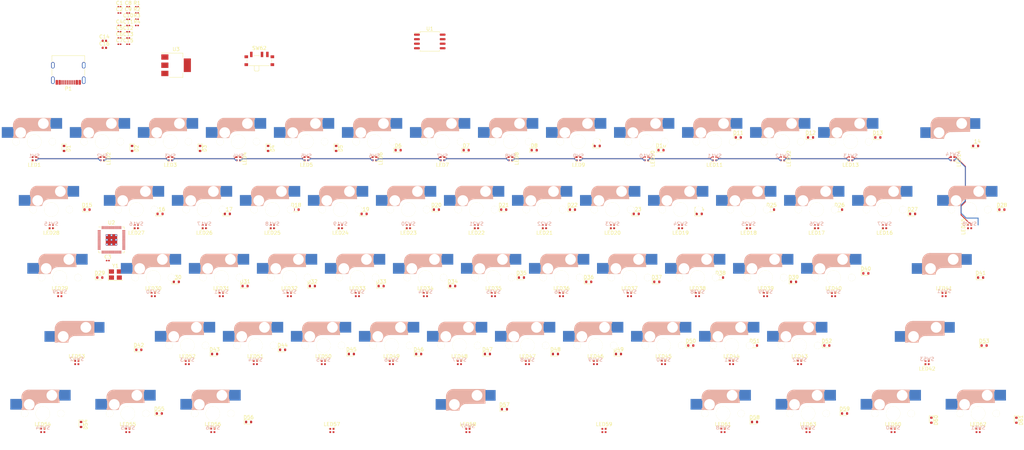
<source format=kicad_pcb>
(kicad_pcb (version 20221018) (generator pcbnew)
  (layers (0 "F.Cu" signal) (31 "B.Cu" signal) (34 "B.Paste" user) (35 "F.Paste" user) (36 "B.SilkS" user "B.Silkscreen") (37 "F.SilkS" user "F.Silkscreen") (38 "B.Mask" user) (39 "F.Mask" user) (44 "Edge.Cuts" user))
  (net 0 "")
  (net 1 "+3.3V")
  (net 2 "GND")
  (net 3 "Net-(U2-XIN)")
  (net 4 "Net-(U2-XOUT)")
  (net 5 "+1V1")
  (net 6 "VBUS")
  (net 7 "Net-(D1-K)")
  (net 8 "ROW1")
  (net 9 "Net-(D2-K)")
  (net 10 "Net-(D3-K)")
  (net 11 "Net-(D4-K)")
  (net 12 "Net-(D5-K)")
  (net 13 "Net-(D6-K)")
  (net 14 "Net-(D7-K)")
  (net 15 "Net-(D8-K)")
  (net 16 "Net-(D9-K)")
  (net 17 "Net-(D10-K)")
  (net 18 "Net-(D11-K)")
  (net 19 "Net-(D12-K)")
  (net 20 "Net-(D13-K)")
  (net 21 "Net-(D14-K)")
  (net 22 "Net-(D15-K)")
  (net 23 "ROW2")
  (net 24 "Net-(D16-K)")
  (net 25 "Net-(D17-K)")
  (net 26 "Net-(D18-K)")
  (net 27 "Net-(D19-K)")
  (net 28 "Net-(D20-K)")
  (net 29 "Net-(D21-K)")
  (net 30 "Net-(D22-K)")
  (net 31 "Net-(D23-K)")
  (net 32 "Net-(D24-K)")
  (net 33 "Net-(D25-K)")
  (net 34 "Net-(D26-K)")
  (net 35 "Net-(D27-K)")
  (net 36 "Net-(D28-K)")
  (net 37 "Net-(D29-K)")
  (net 38 "ROW3")
  (net 39 "Net-(D30-K)")
  (net 40 "Net-(D31-K)")
  (net 41 "Net-(D32-K)")
  (net 42 "Net-(D33-K)")
  (net 43 "Net-(D34-K)")
  (net 44 "Net-(D35-K)")
  (net 45 "Net-(D36-K)")
  (net 46 "Net-(D37-K)")
  (net 47 "Net-(D38-K)")
  (net 48 "Net-(D39-K)")
  (net 49 "Net-(D40-K)")
  (net 50 "Net-(D41-K)")
  (net 51 "Net-(D42-K)")
  (net 52 "ROW4")
  (net 53 "Net-(D43-K)")
  (net 54 "Net-(D44-K)")
  (net 55 "Net-(D45-K)")
  (net 56 "Net-(D46-K)")
  (net 57 "Net-(D47-K)")
  (net 58 "Net-(D48-K)")
  (net 59 "Net-(D49-K)")
  (net 60 "Net-(D50-K)")
  (net 61 "Net-(D51-K)")
  (net 62 "Net-(D52-K)")
  (net 63 "Net-(D53-K)")
  (net 64 "Net-(D54-K)")
  (net 65 "ROW5")
  (net 66 "Net-(D55-K)")
  (net 67 "Net-(D56-K)")
  (net 68 "Net-(D57-K)")
  (net 69 "Net-(D58-K)")
  (net 70 "Net-(D59-K)")
  (net 71 "Net-(D60-K)")
  (net 72 "Net-(D61-K)")
  (net 73 "LED_IN")
  (net 74 "Net-(LED1-DOUT)")
  (net 75 "Net-(LED2-DOUT)")
  (net 76 "Net-(LED3-DOUT)")
  (net 77 "Net-(LED4-DOUT)")
  (net 78 "Net-(LED5-DOUT)")
  (net 79 "Net-(LED6-DOUT)")
  (net 80 "Net-(LED7-DOUT)")
  (net 81 "Net-(LED8-DOUT)")
  (net 82 "Net-(LED10-DIN)")
  (net 83 "Net-(LED10-DOUT)")
  (net 84 "Net-(LED11-DOUT)")
  (net 85 "Net-(LED12-DOUT)")
  (net 86 "Net-(LED13-DOUT)")
  (net 87 "Net-(LED14-DOUT)")
  (net 88 "Net-(LED15-DOUT)")
  (net 89 "Net-(LED16-DOUT)")
  (net 90 "Net-(LED17-DOUT)")
  (net 91 "Net-(LED18-DOUT)")
  (net 92 "Net-(LED19-DOUT)")
  (net 93 "Net-(LED20-DOUT)")
  (net 94 "Net-(LED21-DOUT)")
  (net 95 "Net-(LED22-DOUT)")
  (net 96 "Net-(LED23-DOUT)")
  (net 97 "Net-(LED24-DOUT)")
  (net 98 "Net-(LED25-DOUT)")
  (net 99 "Net-(LED26-DOUT)")
  (net 100 "Net-(LED27-DOUT)")
  (net 101 "Net-(LED28-DOUT)")
  (net 102 "Net-(LED29-DOUT)")
  (net 103 "Net-(LED30-DOUT)")
  (net 104 "Net-(LED31-DOUT)")
  (net 105 "Net-(LED32-DOUT)")
  (net 106 "Net-(LED33-DOUT)")
  (net 107 "Net-(LED34-DOUT)")
  (net 108 "Net-(LED35-DOUT)")
  (net 109 "Net-(LED36-DOUT)")
  (net 110 "Net-(LED37-DOUT)")
  (net 111 "Net-(LED38-DOUT)")
  (net 112 "Net-(LED39-DOUT)")
  (net 113 "Net-(LED40-DOUT)")
  (net 114 "Net-(LED41-DOUT)")
  (net 115 "Net-(LED42-DOUT)")
  (net 116 "Net-(LED43-DOUT)")
  (net 117 "Net-(LED44-DOUT)")
  (net 118 "Net-(LED45-DOUT)")
  (net 119 "Net-(LED46-DOUT)")
  (net 120 "Net-(LED47-DOUT)")
  (net 121 "Net-(LED48-DOUT)")
  (net 122 "Net-(LED49-DOUT)")
  (net 123 "Net-(LED50-DOUT)")
  (net 124 "Net-(LED51-DOUT)")
  (net 125 "Net-(LED52-DOUT)")
  (net 126 "Net-(LED53-DOUT)")
  (net 127 "Net-(LED54-DOUT)")
  (net 128 "Net-(LED55-DOUT)")
  (net 129 "Net-(LED56-DOUT)")
  (net 130 "Net-(LED57-DOUT)")
  (net 131 "LED_OUT")
  (net 132 "Net-(LED59-DOUT)")
  (net 133 "Net-(LED61-DOUT)")
  (net 134 "Net-(P1-CC)")
  (net 135 "USB_D+")
  (net 136 "USB_D-")
  (net 138 "Net-(SW62-B)")
  (net 139 "Net-(U1-~{CS})")
  (net 140 "Net-(U2-USB_DP)")
  (net 141 "Net-(U2-USB_DM)")
  (net 142 "COL1")
  (net 143 "COL2")
  (net 144 "COL3")
  (net 145 "COL4")
  (net 146 "COL5")
  (net 147 "COL6")
  (net 148 "COL7")
  (net 149 "COL8")
  (net 150 "COL9")
  (net 151 "COL10")
  (net 152 "COL11")
  (net 153 "COL12")
  (net 154 "COL13")
  (net 155 "COL14")
  (net 156 "Net-(U1-DO(IO1))")
  (net 157 "Net-(U1-IO2)")
  (net 158 "Net-(U1-DI(IO0))")
  (net 159 "Net-(U1-CLK)")
  (net 160 "Net-(U1-IO3)")
  (net 173 "Net-(LED58-DOUT)")
  (net 174 "Net-(LED60-DOUT)")
  (net 175 "Net-(LED62-DOUT)")
  (footprint "Diode_SMD:D_SOD-523" (layer "F.Cu") (at 188.80625 159.54375)
    (fp_text reference "D45")
    (fp_text value "1N4148W")
  )
  (footprint "LED_SMD:LED_SK6812_EC15_1.5x1.5mm" (layer "F.Cu") (at 171.43756 142.87512)
    (fp_text reference "LED32")
    (fp_text value "LED_SK6812MINI-E")
  )
  (footprint "LED_SMD:LED_SK6812_EC15_1.5x1.5mm" (layer "F.Cu") (at 138.100032 104.775088 180)
    (fp_text reference "LED3")
    (fp_text value "LED_SK6812MINI-E")
  )
  (footprint "kbd_SW:CherryMX_Hotswap_1u" (layer "F.Cu") (at 147.625 119.05)
    (fp_text reference "SW17")
    (fp_text value "SW_Push" hide)
  )
  (footprint "Diode_SMD:D_SOD-523" (layer "F.Cu") (at 135.01875 176.2125)
    (fp_text reference "D55")
    (fp_text value "1N4148W")
  )
  (footprint "Diode_SMD:D_SOD-523" (layer "F.Cu") (at 139.78125 139.303125)
    (fp_text reference "D30")
    (fp_text value "1N4148W")
  )
  (footprint "LED_SMD:LED_SK6812_EC15_1.5x1.5mm" (layer "F.Cu") (at 354.793964 142.87512)
    (fp_text reference "LED41")
    (fp_text value "LED_SK6812MINI-E")
  )
  (footprint "Diode_SMD:D_SOD-523" (layer "F.Cu") (at 292.18125 138.1125)
    (fp_text reference "D38")
    (fp_text value "1N4148W")
  )
  (footprint "LED_SMD:LED_SK6812_EC15_1.5x1.5mm" (layer "F.Cu") (at 102.381252 180.975152)
    (fp_text reference "LED54")
    (fp_text value "LED_SK6812MINI-E")
  )
  (footprint "Resistor_SMD:R_0201_0603Metric" (layer "F.Cu") (at 128.755 62.188125)
    (fp_text reference "R1")
    (fp_text value "1k")
  )
  (footprint "LED_SMD:LED_SK6812_EC15_1.5x1.5mm" (layer "F.Cu") (at 185.725072 123.825104 180)
    (fp_text reference "LED24")
    (fp_text value "LED_SK6812MINI-E")
  )
  (footprint "kbd_SW:CherryMX_Hotswap_1.25u" (layer "F.Cu") (at 102.386328 176.2125)
    (fp_text reference "SW54")
    (fp_text value "SW_Push" hide)
  )
  (footprint "Diode_SMD:D_SOD-523" (layer "F.Cu") (at 212.61875 119.0625)
    (fp_text reference "D20")
    (fp_text value "1N4148W")
  )
  (footprint "LED_SMD:LED_SK6812_EC15_1.5x1.5mm" (layer "F.Cu") (at 304.787672 142.87512)
    (fp_text reference "LED39")
    (fp_text value "LED_SK6812MINI-E")
  )
  (footprint "kbd_SW:CherryMX_Hotswap_1.75u" (layer "F.Cu") (at 107.143828 138.1)
    (fp_text reference "SW29")
    (fp_text value "SW_Push" hide)
  )
  (footprint "Resistor_SMD:R_0201_0603Metric" (layer "F.Cu") (at 128.755 65.688125)
    (fp_text reference "R3")
    (fp_text value "27.4")
  )
  (footprint "kbd_SW:CherryMX_Hotswap_1.25u" (layer "F.Cu") (at 150.011328 176.2125)
    (fp_text reference "SW56")
    (fp_text value "SW_Push" hide)
  )
  (footprint "Diode_SMD:D_SOD-523" (layer "F.Cu") (at 184.534375 101.903125 -90)
    (fp_text reference "D5")
    (fp_text value "1N4148W")
  )
  (footprint "kbd_SW:CherryMX_Hotswap_1u" (layer "F.Cu") (at 338.125 119.05)
    (fp_text reference "SW27")
    (fp_text value "SW_Push" hide)
  )
  (footprint "Diode_SMD:D_SOD-523" (layer "F.Cu") (at 113.096875 179.29375 -90)
    (fp_text reference "D54")
    (fp_text value "1N4148W")
  )
  (footprint "kbd_SW:CherryMX_Hotswap_1.25u" (layer "F.Cu") (at 292.886328 176.2125)
    (fp_text reference "SW58")
    (fp_text value "SW_Push" hide)
  )
  (footprint "kbd_SW:CherryMX_Hotswap_1u" (layer "F.Cu") (at 228.5875 138.1)
    (fp_text reference "SW35")
    (fp_text value "SW_Push" hide)
  )
  (footprint "LED_SMD:LED_SK6812_EC15_1.5x1.5mm" (layer "F.Cu") (at 361.93772 123.825104 90)
    (fp_text reference "LED15")
    (fp_text value "LED_SK6812MINI-E")
  )
  (footprint "kbd_SW:CherryMX_Hotswap_1u" (layer "F.Cu") (at 161.9125 157.15)
    (fp_text reference "SW44")
    (fp_text value "SW_Push" hide)
  )
  (footprint "kbd_SW:CherryMX_Hotswap_1u" (layer "F.Cu") (at 290.5 100)
    (fp_text reference "SW11")
    (fp_text value "SW_Push" hide)
  )
  (footprint "kbd_SW:CherryMX_Hotswap_1u" (layer "F.Cu") (at 204.775 119.05)
    (fp_text reference "SW20")
    (fp_text value "SW_Push" hide)
  )
  (footprint "kbd_SW:CherryMX_Hotswap_1u" (layer "F.Cu") (at 142.8625 157.15)
    (fp_text reference "SW43")
    (fp_text value "SW_Push" hide)
  )
  (footprint "LED_SMD:LED_SK6812_EC15_1.5x1.5mm" (layer "F.Cu") (at 323.837688 142.87512)
    (fp_text reference "LED40")
    (fp_text value "LED_SK6812MINI-E")
  )
  (footprint "LED_SMD:LED_SK6812_EC15_1.5x1.5mm" (layer "F.Cu") (at 223.825104 123.825104 180)
    (fp_text reference "LED22")
    (fp_text value "LED_SK6812MINI-E")
  )
  (footprint "Diode_SMD:D_SOD-523" (layer "F.Cu") (at 154.06875 120.253125)
    (fp_text reference "D17")
    (fp_text value "1N4148W")
  )
  (footprint "LED_SMD:LED_SK6812_EC15_1.5x1.5mm" (layer "F.Cu") (at 176.200064 104.775088 180)
    (fp_text reference "LED5")
    (fp_text value "LED_SK6812MINI-E")
  )
  (footprint "LED_SMD:LED_SK6812_EC15_1.5x1.5mm" (layer "F.Cu") (at 214.300096 104.775088 180)
    (fp_text reference "LED7")
    (fp_text value "LED_SK6812MINI-E")
  )
  (footprint "Diode_SMD:D_SOD-523" (layer "F.Cu") (at 231.459375 119.0625)
    (fp_text reference "D21")
    (fp_text value "1N4148W")
  )
  (footprint "LED_SMD:LED_SK6812_EC15_1.5x1.5mm" (layer "F.Cu") (at 280.975152 123.825104 180)
    (fp_text reference "LED19")
    (fp_text value "LED_SK6812MINI-E")
  )
  (footprint "kbd_SW:CherryMX_Hotswap_1u" (layer "F.Cu") (at 219.0625 157.15)
    (fp_text reference "SW47")
    (fp_text value "SW_Push" hide)
  )
  (footprint "Diode_SMD:D_SOD-523" (layer "F.Cu") (at 286.228125 120.253125)
    (fp_text reference "D24")
    (fp_text value "1N4148W")
  )
  (footprint "Diode_SMD:D_SOD-523" (layer "F.Cu") (at 255.271875 139.303125)
    (fp_text reference "D36")
    (fp_text value "1N4148W")
  )
  (footprint "Crystal:Crystal_SMD_3225-4Pin_3.2x2.5mm" (layer "F.Cu") (at 122.7125 137.2625)
    (fp_text reference "Y1")
    (fp_text value "12MHz")
  )
  (footprint "Diode_SMD:D_SOD-523" (layer "F.Cu") (at 297.153125 98.821875)
    (fp_text reference "D11")
    (fp_text value "1N4148W")
  )
  (footprint "kbd_SW:CherryMX_Hotswap_1u" (layer "F.Cu") (at 276.2125 157.15)
    (fp_text reference "SW50")
    (fp_text value "SW_Push" hide)
  )
  (footprint "Capacitor_SMD:C_0201_0603Metric" (layer "F.Cu") (at 123.855 70.938125)
    (fp_text reference "C6")
    (fp_text value "1u")
  )
  (footprint "Diode_SMD:D_SOD-523" (layer "F.Cu") (at 336.234375 98.821875)
    (fp_text reference "D13")
    (fp_text value "1N4148W")
  )
  (footprint "Diode_SMD:D_SOD-523" (layer "F.Cu") (at 201.903125 102.39375)
    (fp_text reference "D6")
    (fp_text value "1N4148W")
  )
  (footprint "Diode_SMD:D_SOD-523" (layer "F.Cu") (at 312.63125 139.303125)
    (fp_text reference "D39")
    (fp_text value "1N4148W")
  )
  (footprint "Capacitor_SMD:C_0402_1005Metric" (layer "F.Cu") (at 119.62875 71.72875)
    (fp_text reference "C14")
    (fp_text value "10u")
  )
  (footprint "Diode_SMD:D_SOD-523" (layer "F.Cu") (at 321.946875 157.1625)
    (fp_text reference "D52")
    (fp_text value "1N4148W")
  )
  (footprint "RP2040_minimal:RP2040-QFN-56" (layer "F.Cu") (at 121.621875 127.53125)
    (fp_text reference "U2")
    (fp_text value "RP2040")
  )
  (footprint "Diode_SMD:D_SOD-523" (layer "F.Cu") (at 240.003125 102.39375)
    (fp_text reference "D8")
    (fp_text value "1N4148W")
  )
  (footprint "LED_SMD:LED_SK6812_EC15_1.5x1.5mm" (layer "F.Cu") (at 150.006292 180.975152)
    (fp_text reference "LED56")
    (fp_text value "LED_SK6812MINI-E")
  )
  (footprint "Diode_SMD:D_SOD-523" (layer "F.Cu") (at 150.496875 159.54375)
    (fp_text reference "D43")
    (fp_text value "1N4148W")
  )
  (footprint "kbd_SW:CherryMX_Hotswap_1u" (layer "F.Cu") (at 119.05 100)
    (fp_text reference "SW2")
    (fp_text value "SW_Push" hide)
  )
  (footprint "Diode_SMD:D_SOD-523" (layer "F.Cu") (at 236.43125 138.1125)
    (fp_text reference "D35")
    (fp_text value "1N4148W")
  )
  (footprint "Diode_SMD:D_SOD-523" (layer "F.Cu") (at 268.578125 120.253125)
    (fp_text reference "D23")
    (fp_text value "1N4148W")
  )
  (footprint "LED_SMD:LED_SK6812_EC15_1.5x1.5mm" (layer "F.Cu") (at 259.543884 180.975152)
    (fp_text reference "LED59")
    (fp_text value "LED_SK6812MINI-E")
  )
  (footprint "kbd_SW:CherryMX_Hotswap_1u" (layer "F.Cu") (at 319.075 119.05)
    (fp_text reference "SW26")
    (fp_text value "SW_Push" hide)
  )
  (footprint "LED_SMD:LED_SK6812_EC15_1.5x1.5mm" (layer "F.Cu") (at 147.62504 123.825104 180)
    (fp_text reference "LED26")
    (fp_text value "LED_SK6812MINI-E")
  )
  (footprint "LED_SMD:LED_SK6812_EC15_1.5x1.5mm" (layer "F.Cu") (at 350.03146 161.925136 180)
    (fp_text reference "LED42")
    (fp_text value "LED_SK6812MINI-E")
  )
  (footprint "Capacitor_SMD:C_0201_0603Metric" (layer "F.Cu") (at 123.855 69.188125)
    (fp_text reference "C5")
    (fp_text value "100n")
  )
  (footprint "Diode_SMD:D_SOD-523" (layer "F.Cu") (at 173.328125 119.0625)
    (fp_text reference "D18")
    (fp_text value "1N4148W")
  )
  (footprint "Diode_SMD:D_SOD-523" (layer "F.Cu") (at 169.546875 158.353125)
    (fp_text reference "D44")
    (fp_text value "1N4148W")
  )
  (footprint "kbd_SW:CherryMX_Hotswap_6.25u" (layer "F.Cu") (at 221.448828 176.2125)
    (fp_text reference "SW57")
    (fp_text value "SW_Push" hide)
  )
  (footprint "kbd_SW:CherryMX_Hotswap_1u" (layer "F.Cu") (at 314.3125 157.15)
    (fp_text reference "SW52")
    (fp_text value "SW_Push" hide)
  )
  (footprint "LED_SMD:LED_SK6812_EC15_1.5x1.5mm" (layer "F.Cu") (at 221.443852 180.975152)
    (fp_text reference "LED58")
    (fp_text value "LED_SK6812MINI-E")
  )
  (footprint "kbd_SW:CherryMX_Hotswap_1u" (layer "F.Cu") (at 328.6 100)
    (fp_text reference "SW13")
    (fp_text value "SW_Push" hide)
  )
  (footprint "LED_SMD:LED_SK6812_EC15_1.5x1.5mm" (layer "F.Cu") (at 314.31268 161.925136)
    (fp_text reference "LED43")
    (fp_text value "LED_SK6812MINI-E")
  )
  (footprint "Diode_SMD:D_SOD-523" (layer "F.Cu") (at 135.228125 120.253125)
    (fp_text reference "D16")
    (fp_text value "1N4148W")
  )
  (footprint "Capacitor_SMD:C_0201_0603Metric" (layer "F.Cu") (at 126.305 67.438125)
    (fp_text reference "C11")
    (fp_text value "100n")
  )
  (footprint "kbd_SW:CherryMX_Hotswap_1u" (layer "F.Cu") (at 271.45 100)
    (fp_text reference "SW10")
    (fp_text value "SW_Push" hide)
  )
  (footprint "Diode_SMD:D_SOD-523" (layer "F.Cu") (at 108.334375 101.903125 -90)
    (fp_text reference "D1")
    (fp_text value "1N4148W")
  )
  (footprint "Package_SO:SOIC-8_5.23x5.23mm_P1.27mm" (layer "F.Cu") (at 210.75625 71.91375)
    (fp_text reference "U1")
    (fp_text value "W25Q128JVS")
  )
  (footprint "kbd_SW:CherryMX_Hotswap_1.5u" (layer "F.Cu") (at 361.9375 119.05)
    (fp_text reference "SW28")
    (fp_text value "SW_Push" hide)
  )
  (footprint "kbd_SW:CherryMX_Hotswap_1.25u" (layer "F.Cu") (at 316.698828 176.2125)
    (fp_text reference "SW59")
    (fp_text value "SW_Push" hide)
  )
  (footprint "LED_SMD:LED_SK6812_EC15_1.5x1.5mm" (layer "F.Cu") (at 107.143756 142.87512)
    (fp_text reference "LED29")
    (fp_text value "LED_SK6812MINI-E")
  )
  (footprint "Diode_SMD:D_SOD-523" (layer "F.Cu") (at 118.35 138.1125)
    (fp_text reference "D29")
    (fp_text value "1N4148W")
  )
  (footprint "LED_SMD:LED_SK6812_EC15_1.5x1.5mm" (layer "F.Cu") (at 133.337528 142.87512)
    (fp_text reference "LED30")
    (fp_text value "LED_SK6812MINI-E")
  )
  (footprint "LED_SMD:LED_SK6812_EC15_1.5x1.5mm" (layer "F.Cu") (at 119.050016 104.775088 -90)
    (fp_text reference "LED2")
    (fp_text value "LED_SK6812MINI-E")
  )
  (footprint "LED_SMD:LED_SK6812_EC15_1.5x1.5mm" (layer "F.Cu") (at 161.912552 161.925136)
    (fp_text reference "LED51")
    (fp_text value "LED_SK6812MINI-E")
  )
  (footprint "Diode_SMD:D_SOD-523" (layer "F.Cu") (at 332.871875 136.921875)
    (fp_text reference "D40")
    (fp_text value "1N4148W")
  )
  (footprint "LED_SMD:LED_SK6812_EC15_1.5x1.5mm" (layer "F.Cu") (at 290.50016 104.775088 180)
    (fp_text reference "LED11")
    (fp_text value "LED_SK6812MINI-E")
  )
  (footprint "kbd_SW:CherryMX_Hotswap_1u" (layer "F.Cu") (at 285.7375 138.1)
    (fp_text reference "SW38")
    (fp_text value "SW_Push" hide)
  )
  (footprint "kbd_SW:CherryMX_Hotswap_1u" (layer "F.Cu") (at 180.9625 157.15)
    (fp_text reference "SW45")
    (fp_text value "SW_Push" hide)
  )
  (footprint "Diode_SMD:D_SOD-523" (layer "F.Cu") (at 226.90625 159.54375)
    (fp_text reference "D47")
    (fp_text value "1N4148W")
  )
  (footprint "kbd_SW:CherryMX_Hotswap_1u" (layer "F.Cu") (at 138.1 100)
    (fp_text reference "SW3")
    (fp_text value "SW_Push" hide)
  )
  (footprint "LED_SMD:LED_SK6812_EC15_1.5x1.5mm" (layer "F.Cu") (at 247.637624 142.87512)
    (fp_text reference "LED36")
    (fp_text value "LED_SK6812MINI-E")
  )
  (footprint "Capacitor_SMD:C_0201_0603Metric" (layer "F.Cu") (at 126.305 69.188125)
    (fp_text reference "C12")
    (fp_text value "100n")
  )
  (footprint "kbd_SW:CherryMX_Hotswap_1u" (layer "F.Cu") (at 152.3875 138.1)
    (fp_text reference "SW31")
    (fp_text value "SW_Push" hide)
  )
  (footprint "kbd_SW:CherryMX_Hotswap_1u" (layer "F.Cu") (at 185.725 119.05)
    (fp_text reference "SW19")
    (fp_text value "SW_Push" hide)
  )
  (footprint "LED_SMD:LED_SK6812_EC15_1.5x1.5mm" (layer "F.Cu") (at 111.90626 161.925136)
    (fp_text reference "LED53")
    (fp_text value "LED_SK6812MINI-E")
  )
  (footprint "Resistor_SMD:R_0201_0603Metric" (layer "F.Cu") (at 128.755 67.438125)
    (fp_text reference "R4")
    (fp_text value "5.1k")
  )
  (footprint "LED_SMD:LED_SK6812_EC15_1.5x1.5mm" (layer "F.Cu") (at 338.1252 123.825104 180)
    (fp_text reference "LED16")
    (fp_text value "LED_SK6812MINI-E")
  )
  (footprint "Diode_SMD:D_SOD-523" (layer "F.Cu") (at 146.434375 101.903125 -90)
    (fp_text reference "D3")
    (fp_text value "1N4148W")
  )
  (footprint "kbd_SW:CherryMX_Hotswap_2.25u" (layer "F.Cu") (at 111.90625 157.15)
    (fp_text reference "SW42")
    (fp_text value "SW_Push" hide)
  )
  (footprint "LED_SMD:LED_SK6812_EC15_1.5x1.5mm" (layer "F.Cu") (at 300.025168 123.825104 180)
    (fp_text reference "LED18")
    (fp_text value "LED_SK6812MINI-E")
  )
  (footprint "Diode_SMD:D_SOD-523" (layer "F.Cu") (at 366 157.1625)
    (fp_text reference "D53")
    (fp_text value "1N4148W")
  )
  (footprint "kbd_SW:CherryMX_Hotswap_1u" (layer "F.Cu") (at 252.4 100)
    (fp_text reference "SW9")
    (fp_text value "SW_Push" hide)
  )
  (footprint "kbd_SW:CherryMX_Hotswap_1u" (layer "F.Cu") (at 128.575 119.05)
    (fp_text reference "SW16")
    (fp_text value "SW_Push" hide)
  )
  (footprint "Diode_SMD:D_SOD-523" (layer "F.Cu") (at 177.88125 140.49375)
    (fp_text reference "D32")
    (fp_text value "1N4148W")
  )
  (footprint "LED_SMD:LED_SK6812_EC15_1.5x1.5mm" (layer "F.Cu") (at 357.175216 104.775088 -90)
    (fp_text reference "LED14")
    (fp_text value "LED_SK6812MINI-E")
  )
  (footprint "kbd_SW:CherryMX_Hotswap_1u" (layer "F.Cu") (at 133.3375 138.1)
    (fp_text reference "SW30")
    (fp_text value "SW_Push" hide)
  )
  (footprint "LED_SMD:LED_SK6812_EC15_1.5x1.5mm" (layer "F.Cu") (at 242.87512 123.825104 180)
    (fp_text reference "LED21")
    (fp_text value "LED_SK6812MINI-E")
  )
  (footprint "Diode_SMD:D_SOD-523" (layer "F.Cu") (at 257.653125 101.203125)
    (fp_text reference "D9")
    (fp_text value "1N4148W")
  )
  (footprint "kbd_SW:CherryMX_Hotswap_1u" (layer "F.Cu") (at 200.0125 157.15)
    (fp_text reference "SW46")
    (fp_text value "SW_Push" hide)
  )
  (footprint "Diode_SMD:D_SOD-523" (layer "F.Cu") (at 275.5125 102.39375)
    (fp_text reference "D10")
    (fp_text value "1N4148W")
  )
  (footprint "LED_SMD:LED_SK6812_EC15_1.5x1.5mm" (layer "F.Cu") (at 200.012584 161.925136)
    (fp_text reference "LED49")
    (fp_text value "LED_SK6812MINI-E")
  )
  (footprint "Diode_SMD:D_SOD-523" (layer "F.Cu") (at 370.971875 119.0625)
    (fp_text reference "D28")
    (fp_text value "1N4148W")
  )
  (footprint "kbd_SW:CherryMX_Hotswap_1u" (layer "F.Cu") (at 190.4875 138.1)
    (fp_text reference "SW33")
    (fp_text value "SW_Push" hide)
  )
  (footprint "Diode_SMD:D_SOD-523" (layer "F.Cu") (at 127.384375 101.903125 -90)
    (fp_text reference "D2")
    (fp_text value "1N4148W")
  )
  (footprint "LED_SMD:LED_SK6812_EC15_1.5x1.5mm" (layer "F.Cu") (at 340.506452 180.975152)
    (fp_text reference "LED60")
    (fp_text value "LED_SK6812MINI-E")
  )
  (footprint "Capacitor_SMD:C_0201_0603Metric" (layer "F.Cu") (at 126.305 65.688125)
    (fp_text reference "C10")
    (fp_text value "100n")
  )
  (footprint "LED_SMD:LED_SK6812_EC15_1.5x1.5mm" (layer "F.Cu") (at 276.212648 161.925136)
    (fp_text reference "LED45")
    (fp_text value "LED_SK6812MINI-E")
  )
  (footprint "kbd_SW:CherryMX_Hotswap_1u" (layer "F.Cu") (at 261.925 119.05)
    (fp_text reference "SW23")
    (fp_text value "SW_Push" hide)
  )
  (footprint "LED_SMD:LED_SK6812_EC15_1.5x1.5mm" (layer "F.Cu") (at 228.587608 142.87512)
    (fp_text reference "LED35")
    (fp_text value "LED_SK6812MINI-E")
  )
  (footprint "LED_SMD:LED_SK6812_EC15_1.5x1.5mm" (layer "F.Cu") (at 166.675056 123.825104 180)
    (fp_text reference "LED25")
    (fp_text value "LED_SK6812MINI-E")
  )
  (footprint "LED_SMD:LED_SK6812_EC15_1.5x1.5mm" (layer "F.Cu") (at 309.550176 104.775088 -90)
    (fp_text reference "LED12")
    (fp_text value "LED_SK6812MINI-E")
  )
  (footprint "kbd_SW:CherryMX_Hotswap_1u" (layer "F.Cu") (at 209.5375 138.1)
    (fp_text reference "SW34")
    (fp_text value "SW_Push" hide)
  )
  (footprint "LED_SMD:LED_SK6812_EC15_1.5x1.5mm" (layer "F.Cu") (at 261.925136 123.825104 180)
    (fp_text reference "LED20")
    (fp_text value "LED_SK6812MINI-E")
  )
  (footprint "Diode_SMD:D_SOD-523" (layer "F.Cu") (at 197.140625 140.49375)
    (fp_text reference "D33")
    (fp_text value "1N4148W")
  )
  (footprint "kbd_SW:CherryMX_Hotswap_1u" (layer "F.Cu") (at 295.2625 157.15)
    (fp_text reference "SW51")
    (fp_text value "SW_Push" hide)
  )
  (footprint "Diode_SMD:D_SOD-523" (layer "F.Cu") (at 365.01875 138.1125)
    (fp_text reference "D41")
    (fp_text value "1N4148W")
  )
  (footprint "Diode_SMD:D_SOD-523" (layer "F.Cu") (at 231.66875 175.021875)
    (fp_text reference "D57")
    (fp_text value "1N4148W")
  )
  (footprint "LED_SMD:LED_SK6812_EC15_1.5x1.5mm" (layer "F.Cu") (at 219.0626 161.925136)
    (fp_text reference "LED48")
    (fp_text value "LED_SK6812MINI-E")
  )
  (footprint "kbd_SW:CherryMX_Hotswap_2.75u" (layer "F.Cu") (at 350.03125 157.15)
    (fp_text reference "SW53")
    (fp_text value "SW_Push" hide)
  )
  (footprint "kbd_SW:CherryMX_Hotswap_1u" (layer "F.Cu") (at 166.675 119.05)
    (fp_text reference "SW18")
    (fp_text value "SW_Push" hide)
  )
  (footprint "kbd_SW:CherryMX_Hotswap_1u" (layer "F.Cu") (at 176.2 100)
    (fp_text reference "SW5")
    (fp_text value "SW_Push" hide)
  )
  (footprint "kbd_SW:CherryMX_Hotswap_1u" (layer "F.Cu") (at 257.1625 157.15)
    (fp_text reference "SW49")
    (fp_text value "SW_Push" hide)
  )
  (footprint "Diode_SMD:D_SOD-523" (layer "F.Cu") (at 317.39375 98.821875)
    (fp_text reference "D12")
    (fp_text value "1N4148W")
  )
  (footprint "LED_SMD:LED_SK6812_EC15_1.5x1.5mm" (layer "F.Cu") (at 209.537592 142.87512)
    (fp_text reference "LED34")
    (fp_text value "LED_SK6812MINI-E")
  )
  (footprint "Diode_SMD:D_SOD-523" (layer "F.Cu") (at 345.96875 120.253125)
    (fp_text reference "D27")
    (fp_text value "1N4148W")
  )
  (footprint "Diode_SMD:D_SOD-523" (layer "F.Cu") (at 306.46875 119.0625)
    (fp_text reference "D25")
    (fp_text value "1N4148W")
  )
  (footprint "Button_Switch_SMD:SW_SPDT_PCM12" (layer "F.Cu") (at 163.025 76.98)
    (fp_text reference "SW62")
    (fp_text value "SW_SPST")
  )
  (footprint "kbd_SW:CherryMX_Hotswap_1.25u" (layer "F.Cu") (at 340.511328 176.2125)
    (fp_text reference "SW60")
    (fp_text value "SW_Push" hide)
  )
  (footprint "Resistor_SMD:R_0201_0603Metric" (layer "F.Cu") (at 128.755 63.938125)
    (fp_text reference "R2")
    (fp_text value "27.4")
  )
  (footprint "kbd_SW:CherryMX_Hotswap_1.25u" (layer "F.Cu") (at 126.198828 176.2125)
    (fp_text reference "SW55")
    (fp_text value "SW_Push" hide)
  )
  (footprint "Connector_USB:USB_C_Receptacle_G-Switch_GT-USB-7010ASV" (layer "F.Cu") (at 109.525 79.65625 180)
    (fp_text reference "P1")
    (fp_text value "USB_C_Plug_USB2.0")
  )
  (footprint "Diode_SMD:D_SOD-523" (layer "F.Cu") (at 325.51875 119.0625)
    (fp_text reference "D26")
    (fp_text value "1N4148W")
  )
  (footprint "LED_SMD:LED_SK6812_EC15_1.5x1.5mm" (layer "F.Cu") (at 271.450144 104.775088 -90)
    (fp_text reference "LED10")
    (fp_text value "LED_SK6812MINI-E")
  )
  (footprint "Diode_SMD:D_SOD-523" (layer "F.Cu") (at 301.70625 157.1625)
    (fp_text reference "D51")
    (fp_text value "1N4148W")
  )
  (footprint "Diode_SMD:D_SOD-523" (layer "F.Cu") (at 114.778125 119.0625)
    (fp_text reference "D15")
    (fp_text value "1N4148W")
  )
  (footprint "Diode_SMD:D_SOD-523" (layer "F.Cu") (at 160.021875 178.59375)
    (fp_text reference "D56")
    (fp_text value "1N4148W")
  )
  (footprint "kbd_SW:CherryMX_Hotswap_1u" (layer "F.Cu") (at 280.975 119.05)
    (fp_text reference "SW24")
    (fp_text value "SW_Push" hide)
  )
  (footprint "kbd_SW:CherryMX_Hotswap_1u" (layer "F.Cu") (at 223.825 119.05)
    (fp_text reference "SW21")
    (fp_text value "SW_Push" hide)
  )
  (footprint "Diode_SMD:D_SOD-523" (layer "F.Cu") (at 250.71875 119.0625)
    (fp_text reference "D22")
    (fp_text value "1N4148W")
  )
  (footprint "LED_SMD:LED_SK6812_EC15_1.5x1.5mm" (layer "F.Cu") (at 195.25008 104.775088 -90)
    (fp_text reference "LED6")
    (fp_text value "LED_SK6812MINI-E")
  )
  (footprint "LED_SMD:LED_SK6812_EC15_1.5x1.5mm" (layer "F.Cu") (at 152.387544 142.87512)
    (fp_text reference "LED31")
    (fp_text value "LED_SK6812MINI-E")
  )
  (footprint "LED_SMD:LED_SK6812_EC15_1.5x1.5mm" (layer "F.Cu") (at 190.487576 142.87512)
    (fp_text reference "LED33")
    (fp_text value "LED_SK6812MINI-E")
  )
  (footprint "LED_SMD:LED_SK6812_EC15_1.5x1.5mm" (layer "F.Cu") (at 157.150048 104.775088 -90)
    (fp_text reference "LED4")
    (fp_text value "LED_SK6812MINI-E")
  )
  (footprint "Capacitor_SMD:C_0201_0603Metric" (layer "F.Cu") (at 123.855 72.688125)
    (fp_text reference "C7")
    (fp_text value "100n")
  )
  (footprint "LED_SMD:LED_SK6812_EC15_1.5x1.5mm" (layer "F.Cu") (at 319.075184 123.825104 180)
    (fp_text reference "LED17")
    (fp_text value "LED_SK6812MINI-E")
  )
  (footprint "LED_SMD:LED_SK6812_EC15_1.5x1.5mm" (layer "F.Cu") (at 316.693932 180.975152)
    (fp_text reference "LED63")
    (fp_text value "LED_SK6812MINI-E")
  )
  (footprint "LED_SMD:LED_SK6812_EC15_1.5x1.5mm" (layer "F.Cu") (at 233.350112 104.775088 -90)
    (fp_text reference "LED8")
    (fp_text value "LED_SK6812MINI-E")
  )
  (footprint "Capacitor_SMD:C_0201_0603Metric" (layer "F.Cu") (at 123.855 67.438125)
    (fp_text reference "C4")
    (fp_text value "100n")
  )
  (footprint "kbd_SW:CherryMX_Hotswap_1u" (layer "F.Cu") (at 171.4375 138.1)
    (fp_text reference "SW32")
    (fp_text value "SW_Push" hide)
  )
  (footprint "Capacitor_SMD:C_0201_0603Metric" (layer "F.Cu") (at 123.855 62.188125)
    (fp_text reference "C1")
    (fp_text value "100n")
  )
  (footprint "kbd_SW:CherryMX_Hotswap_1.5u" (layer "F.Cu") (at 104.7625 119.05)
    (fp_text reference "SW15")
    (fp_text value "SW_Push" hide)
  )
  (footprint "Diode_SMD:D_SOD-523" (layer "F.Cu") (at 192.378125 120.253125)
    (fp_text reference "D19")
    (fp_text value "1N4148W")
  )
  (footprint "LED_SMD:LED_SK6812_EC15_1.5x1.5mm" (layer "F.Cu") (at 142.862536 161.925136)
    (fp_text reference "LED52")
    (fp_text value "LED_SK6812MINI-E")
  )
  (footprint "LED_SMD:LED_SK6812_EC15_1.5x1.5mm" (layer "F.Cu") (at 204.775088 123.825104 180)
    (fp_text reference "LED23")
    (fp_text value "LED_SK6812MINI-E")
  )
  (footprint "kbd_SW:CherryMX_Hotswap_1.25u" (layer "F.Cu") (at 364.323828 176.2)
    (fp_text reference "SW61")
    (fp_text value "SW_Push" hide)
  )
  (footprint "Diode_SMD:D_SOD-523" (layer "F.Cu") (at 165.484375 101.903125 -90)
    (fp_text reference "D4")
    (fp_text value "1N4148W")
  )
  (footprint "kbd_SW:CherryMX_Hotswap_1u" (layer "F.Cu") (at 214.3 100)
    (fp_text reference "SW7")
    (fp_text value "SW_Push" hide)
  )
  (footprint "Diode_SMD:D_SOD-523" (layer "F.Cu") (at 363.61875 101.203125)
    (fp_text reference "D14")
    (fp_text value "1N4148W")
  )
  (footprint "Diode_SMD:D_SOD-523" (layer "F.Cu") (at 207.646875 159.54375)
    (fp_text reference "D46")
    (fp_text value "1N4148W")
  )
  (footprint "Diode_SMD:D_SOD-523" (layer "F.Cu") (at 263.60625 159.54375)
    (fp_text reference "D49")
    (fp_text value "1N4148W")
  )
  (footprint "Capacitor_SMD:C_0201_0603Metric" (layer "F.Cu") (at 123.855 63.938125)
    (fp_text reference "C2")
    (fp_text value "27p")
  )
  (footprint "LED_SMD:LED_SK6812_EC15_1.5x1.5mm" (layer "F.Cu") (at 128.575024 123.825104 180)
    (fp_text reference "LED27")
    (fp_text value "LED_SK6812MINI-E")
  )
  (footprint "LED_SMD:LED_SK6812_EC15_1.5x1.5mm" (layer "F.Cu") (at 104.762504 123.825104 180)
    (fp_text reference "LED28")
    (fp_text value "LED_SK6812MINI-E")
  )
  (footprint "LED_SMD:LED_SK6812_EC15_1.5x1.5mm" (layer "F.Cu") (at 295.262664 161.925136)
    (fp_text reference "LED44")
    (fp_text value "LED_SK6812MINI-E")
  )
  (footprint "kbd_SW:CherryMX_Hotswap_2u" (layer "F.Cu") (at 357.175 100)
    (fp_text reference "SW14")
    (fp_text value "SW_Push" hide)
  )
  (footprint "Capacitor_SMD:C_0201_0603Metric" (layer "F.Cu") (at 126.305 63.938125)
    (fp_text reference "C9")
    (fp_text value "100n")
  )
  (footprint "LED_SMD:LED_SK6812_EC15_1.5x1.5mm" (layer "F.Cu") (at 266.68764 142.87512)
    (fp_text reference "LED37")
    (fp_text value "LED_SK6812MINI-E")
  )
  (footprint "Capacitor_SMD:C_0201_0603Metric" (layer "F.Cu") (at 126.305 72.688125)
    (fp_text reference "C15")
    (fp_text value "100n")
  )
  (footprint "kbd_SW:CherryMX_Hotswap_1u" (layer "F.Cu") (at 157.15 100)
    (fp_text reference "SW4")
    (fp_text value "SW_Push" hide)
  )
  (footprint "Diode_SMD:D_SOD-523" (layer "F.Cu") (at 129.275 158.353125)
    (fp_text reference "D42")
    (fp_text value "1N4148W")
  )
  (footprint "Diode_SMD:D_SOD-523" (layer "F.Cu") (at 351.221875 178.103125 -90)
    (fp_text reference "D60")
    (fp_text value "1N4148W")
  )
  (footprint "Diode_SMD:D_SOD-523" (layer "F.Cu") (at 220.953125 102.39375)
    (fp_text reference "D7")
    (fp_text value "1N4148W")
  )
  (footprint "LED_SMD:LED_SK6812_EC15_1.5x1.5mm" (layer "F.Cu") (at 328.600192 104.775088 180)
    (fp_text reference "LED13")
    (fp_text value "LED_SK6812MINI-E")
  )
  (footprint "Diode_SMD:D_SOD-523" (layer "F.Cu") (at 375.034375 178.103125 -90)
    (fp_text reference "D61")
    (fp_text value "1N4148W")
  )
  (footprint "kbd_SW:CherryMX_Hotswap_1u" (layer "F.Cu") (at 323.8375 138.1)
    (fp_text reference "SW40")
    (fp_text value "SW_Push" hide)
  )
  (footprint "LED_SMD:LED_SK6812_EC15_1.5x1.5mm" (layer "F.Cu") (at 180.962568 161.925136)
    (fp_text reference "LED50")
    (fp_text value "LED_SK6812MINI-E")
  )
  (footprint "LED_SMD:LED_SK6812_EC15_1.5x1.5mm" (layer "F.Cu") (at 364.318972 180.975152)
    (fp_text reference "LED62")
    (fp_text value "LED_SK6812MINI-E")
  )
  (footprint "Capacitor_SMD:C_0201_0603Metric" (layer "F.Cu") (at 126.305 62.188125)
    (fp_text reference "C8")
    (fp_text value "1u")
  )
  (footprint "Capacitor_SMD:C_0201_0603Metric" (layer "F.Cu") (at 126.305 70.938125)
    (fp_text reference "C13")
    (fp_text value "100n")
  )
  (footprint "kbd_SW:CherryMX_Hotswap_1u" (layer "F.Cu") (at 233.35 100)
    (fp_text reference "SW8")
    (fp_text value "SW_Push" hide)
  )
  (footprint "kbd_SW:CherryMX_Hotswap_1u" (layer "F.Cu") (at 238.1125 157.15)
    (fp_text reference "SW48")
    (fp_text value "SW_Push" hide)
  )
  (footprint "Diode_SMD:D_SOD-523" (layer "F.Cu") (at 301.70625 178.59375)
    (fp_text reference "D58")
    (fp_text value "1N4148W")
  )
  (footprint "kbd_SW:CherryMX_Hotswap_1u" (layer "F.Cu") (at 266.6875 138.1)
    (fp_text reference "SW37")
    (fp_text value "SW_Push" hide)
  )
  (footprint "Diode_SMD:D_SOD-523" (layer "F.Cu") (at 159.040625 140.49375)
    (fp_text reference "D31")
    (fp_text value "1N4148W")
  )
  (footprint "kbd_SW:CherryMX_Hotswap_1u" (layer "F.Cu") (at 247.6375 138.1)
    (fp_text reference "SW36")
    (fp_text value "SW_Push" hide)
  )
  (footprint "Diode_SMD:D_SOD-523" (layer "F.Cu") (at 326.91875 176.2125)
    (fp_text reference "D59")
    (fp_text value "1N4148W")
  )
  (footprint "LED_SMD:LED_SK6812_EC15_1.5x1.5mm" (layer "F.Cu") (at 285.737656 142.87512)
    (fp_text reference "LED38")
    (fp_text value "LED_SK6812MINI-E")
  )
  (footprint "kbd_SW:CherryMX_Hotswap_1u" (layer "F.Cu") (at 309.55 100)
    (fp_text reference "SW12")
    (fp_text value "SW_Push" hide)
  )
  (footprint "LED_SMD:LED_SK6812_EC15_1.5x1.5mm" (layer "F.Cu") (at 292.881412 180.975152)
    (fp_text reference "LED61")
    (fp_text value "LED_SK6812MINI-E")
  )
  (footprint "LED_SMD:LED_SK6812_EC15_1.5x1.5mm" (layer "F.Cu") (at 126.193772 180.975152)
    (fp_text reference "LED55")
    (fp_text value "LED_SK6812MINI-E")
  )
  (footprint "Diode_SMD:D_SOD-523" (layer "F.Cu") (at 217.171875 140.49375)
    (fp_text reference "D34")
    (fp_text value "1N4148W")
  )
  (footprint "Diode_SMD:D_SOD-523" (layer "F.Cu") (at 274.321875 139.303125)
    (fp_text reference "D37")
    (fp_text value "1N4148W")
  )
  (footprint "kbd_SW:CherryMX_Hotswap_1u" (layer "F.Cu") (at 300.025 119.05)
    (fp_text reference "SW25")
    (fp_text value "SW_Push" hide)
  )
  (footprint "LED_SMD:LED_SK6812_EC15_1.5x1.5mm" (layer "F.Cu") (at 257.162632 161.925136)
    (fp_text reference "LED46")
    (fp_text value "LED_SK6812MINI-E")
  )
  (footprint "Diode_SMD:D_SOD-523" (layer "F.Cu") (at 283.846875 157.1625)
    (fp_text reference "D50")
    (fp_text value "1N4148W")
  )
  (footprint "kbd_SW:CherryMX_Hotswap_1u" (layer "F.Cu") (at 304.7875 138.1)
    (fp_text reference "SW39")
    (fp_text value "SW_Push" hide)
  )
  (footprint "kbd_SW:CherryMX_Hotswap_1u" (layer "F.Cu") (at 242.875 119.05)
    (fp_text reference "SW22")
    (fp_text value "SW_Push" hide)
  )
  (footprint "kbd_SW:CherryMX_Hotswap_2.25u" (layer "F.Cu") (at 354.79375 138.1)
    (fp_text reference "SW41")
    (fp_text value "SW_Push" hide)
  )
  (footprint "LED_SMD:LED_SK6812_EC15_1.5x1.5mm" (layer "F.Cu") (at 183.34382 180.975152)
    (fp_text reference "LED57")
    (fp_text value "LED_SK6812MINI-E")
  )
  (footprint "Diode_SMD:D_SOD-523" (layer "F.Cu") (at 245.95625 159.54375)
    (fp_text reference "D48")
    (fp_text value "1N4148W")
  )
  (footprint "kbd_SW:CherryMX_Hotswap_1u" (layer "F.Cu") (at 100 100)
    (fp_text reference "SW1")
    (fp_text value "SW_Push" hide)
  )
  (footprint "kbd_SW:CherryMX_Hotswap_1u" (layer "F.Cu") (at 195.25 100)
    (fp_text reference "SW6")
    (fp_text value "SW_Push" hide)
  )
  (footprint "Capacitor_SMD:C_0402_1005Metric" (layer "F.Cu") (at 119.62875 73.69875)
    (fp_text reference "C16")
    (fp_text value "10u")
  )
  (footprint "Package_TO_SOT_SMD:SOT-223-3_TabPin2" (layer "F.Cu") (at 139.7125 78.58125)
    (fp_text reference "U3")
    (fp_text value "NCP1117-3.3_SOT223")
  )
  (footprint "LED_SMD:LED_SK6812_EC15_1.5x1.5mm" (layer "F.Cu") (at 100 104.775088 180)
    (fp_text reference "LED1")
    (fp_text value "LED_SK6812MINI-E")
  )
  (footprint "Capacitor_SMD:C_0201_0603Metric" (layer "F.Cu") (at 120.585625 133.35)
    (fp_text reference "C3")
    (fp_text value "27p")
  )
  (footprint "LED_SMD:LED_SK6812_EC15_1.5x1.5mm" (layer "F.Cu") (at 252.400128 104.775088 180)
    (fp_text reference "LED9")
    (fp_text value "LED_SK6812MINI-E")
  )
  (footprint "LED_SMD:LED_SK6812_EC15_1.5x1.5mm" (layer "F.Cu") (at 238.112616 161.925136)
    (fp_text reference "LED47")
    (fp_text value "LED_SK6812MINI-E")
  )
  (via micro (at 328.150192 105.225088) (size 0.3) (drill 0.1) (layers "F.Cu" "B.Cu") (net 1))
  (via micro (at 195.70008 105.225088) (size 0.3) (drill 0.1) (layers "F.Cu" "B.Cu") (net 1))
  (via micro (at 251.950128 105.225088) (size 0.3) (drill 0.1) (layers "F.Cu" "B.Cu") (net 1))
  (via micro (at 271.900144 105.225088) (size 0.3) (drill 0.1) (layers "F.Cu" "B.Cu") (net 1))
  (via micro (at 175.750064 105.225088) (size 0.3) (drill 0.1) (layers "F.Cu" "B.Cu") (net 1))
  (via micro (at 310.000176 105.225088) (size 0.3) (drill 0.1) (layers "F.Cu" "B.Cu") (net 1))
  (via micro (at 357.625216 105.225088) (size 0.3) (drill 0.1) (layers "F.Cu" "B.Cu") (net 1))
  (via micro (at 213.850096 105.225088) (size 0.3) (drill 0.1) (layers "F.Cu" "B.Cu") (net 1))
  (via micro (at 119.500016 105.225088) (size 0.3) (drill 0.1) (layers "F.Cu" "B.Cu") (net 1))
  (via micro (at 157.600048 105.225088) (size 0.3) (drill 0.1) (layers "F.Cu" "B.Cu") (net 1))
  (via micro (at 290.05016 105.225088) (size 0.3) (drill 0.1) (layers "F.Cu" "B.Cu") (net 1))
  (via micro (at 137.650032 105.225088) (size 0.3) (drill 0.1) (layers "F.Cu" "B.Cu") (net 1))
  (via micro (at 233.800112 105.225088) (size 0.3) (drill 0.1) (layers "F.Cu" "B.Cu") (net 1))
  (segment (start 289.309375 104.775) (end 272.350232 104.775) (width 0.25) (layer "B.Cu") (net 1))
  (segment (start 175.459463 105.225088) (end 175.009375 104.775) (width 0.25) (layer "B.Cu") (net 1))
  (segment (start 213.850096 105.225088) (end 213.559463 105.225088) (width 0.25) (layer "B.Cu") (net 1))
  (segment (start 289.759463 105.225088) (end 289.309375 104.775) (width 0.25) (layer "B.Cu") (net 1))
  (segment (start 310.450264 104.775) (end 310.000176 105.225088) (width 0.25) (layer "B.Cu") (net 1))
  (segment (start 157.890537 105.225088) (end 158.340625 104.775) (width 0.25) (layer "B.Cu") (net 1))
  (segment (start 234.540625 104.775) (end 234.090537 105.225088) (width 0.25) (layer "B.Cu") (net 1))
  (segment (start 251.950128 105.225088) (end 251.659463 105.225088) (width 0.25) (layer "B.Cu") (net 1))
  (segment (start 358.075304 104.775) (end 357.625216 105.225088) (width 0.25) (layer "B.Cu") (net 1))
  (segment (start 137.650032 105.225088) (end 137.359463 105.225088) (width 0.25) (layer "B.Cu") (net 1))
  (segment (start 119.790537 105.225088) (end 120.240625 104.775) (width 0.25) (layer "B.Cu") (net 1))
  (segment (start 358.365625 104.775) (end 358.075304 104.775) (width 0.25) (layer "B.Cu") (net 1))
  (segment (start 327.859463 105.225088) (end 327.409375 104.775) (width 0.25) (layer "B.Cu") (net 1))
  (segment (start 175.750064 105.225088) (end 175.459463 105.225088) (width 0.25) (layer "B.Cu") (net 1))
  (segment (start 195.990537 105.225088) (end 196.440625 104.775) (width 0.25) (layer "B.Cu") (net 1))
  (segment (start 157.600048 105.225088) (end 157.890537 105.225088) (width 0.25) (layer "B.Cu") (net 1))
  (segment (start 290.05016 105.225088) (end 289.759463 105.225088) (width 0.25) (layer "B.Cu") (net 1))
  (segment (start 251.659463 105.225088) (end 251.209375 104.775) (width 0.25) (layer "B.Cu") (net 1))
  (segment (start 234.090537 105.225088) (end 233.800112 105.225088) (width 0.25) (layer "B.Cu") (net 1))
  (segment (start 136.909375 104.775) (end 120.240625 104.775) (width 0.25) (layer "B.Cu") (net 1))
  (segment (start 360.746875 116.542275) (end 360.746875 107.15625) (width 0.25) (layer "B.Cu") (net 1))
  (segment (start 213.109375 104.775) (end 196.440625 104.775) (width 0.25) (layer "B.Cu") (net 1))
  (segment (start 328.150192 105.225088) (end 327.859463 105.225088) (width 0.25) (layer "B.Cu") (net 1))
  (segment (start 272.350232 104.775) (end 271.900144 105.225088) (width 0.25) (layer "B.Cu") (net 1))
  (segment (start 364.31875 121.425) (end 360.953743 121.425) (width 0.25) (layer "B.Cu") (net 1))
  (segment (start 327.409375 104.775) (end 310.450264 104.775) (width 0.25) (layer "B.Cu") (net 1))
  (segment (start 360.746875 107.15625) (end 358.365625 104.775) (width 0.25) (layer "B.Cu") (net 1))
  (segment (start 175.009375 104.775) (end 158.340625 104.775) (width 0.25) (layer "B.Cu") (net 1))
  (segment (start 364.31875 123.375104) (end 364.31875 121.425) (width 0.25) (layer "B.Cu") (net 1))
  (segment (start 213.559463 105.225088) (end 213.109375 104.775) (width 0.25) (layer "B.Cu") (net 1))
  (segment (start 360.953743 121.425) (end 359.55625 120.027507) (width 0.25) (layer "B.Cu") (net 1))
  (segment (start 251.209375 104.775) (end 234.540625 104.775) (width 0.25) (layer "B.Cu") (net 1))
  (segment (start 359.55625 117.7329) (end 360.746875 116.542275) (width 0.25) (layer "B.Cu") (net 1))
  (segment (start 195.70008 105.225088) (end 195.990537 105.225088) (width 0.25) (layer "B.Cu") (net 1))
  (segment (start 119.500016 105.225088) (end 119.790537 105.225088) (width 0.25) (layer "B.Cu") (net 1))
  (segment (start 359.55625 120.027507) (end 359.55625 117.7329) (width 0.25) (layer "B.Cu") (net 1))
  (segment (start 137.359463 105.225088) (end 136.909375 104.775) (width 0.25) (layer "B.Cu") (net 1))
  (segment (start 291.690625 104.775) (end 308.359375 104.775) (width 0.25) (layer "F.Cu") (net 2))
  (segment (start 329.340713 104.325088) (end 329.790625 104.775) (width 0.25) (layer "F.Cu") (net 2))
  (segment (start 176.940713 104.325088) (end 177.390625 104.775) (width 0.25) (layer "F.Cu") (net 2))
  (segment (start 253.140713 104.325088) (end 253.590625 104.775) (width 0.25) (layer "F.Cu") (net 2))
  (segment (start 329.790625 104.775) (end 355.984375 104.775) (width 0.25) (layer "F.Cu") (net 2))
  (segment (start 308.809287 104.325088) (end 309.100176 104.325088) (width 0.25) (layer "F.Cu") (net 2))
  (segment (start 194.059375 104.775) (end 194.509287 104.325088) (width 0.25) (layer "F.Cu") (net 2))
  (segment (start 308.359375 104.775) (end 308.809287 104.325088) (width 0.25) (layer "F.Cu") (net 2))
  (segment (start 356.434287 104.325088) (end 356.725216 104.325088) (width 0.25) (layer "F.Cu") (net 2))
  (segment (start 177.390625 104.775) (end 194.059375 104.775) (width 0.25) (layer "F.Cu") (net 2))
  (segment (start 290.95016 104.325088) (end 291.240713 104.325088) (width 0.25) (layer "F.Cu") (net 2))
  (segment (start 100.740713 104.325088) (end 101.190625 104.775) (width 0.25) (layer "F.Cu") (net 2))
  (segment (start 252.850128 104.325088) (end 253.140713 104.325088) (width 0.25) (layer "F.Cu") (net 2))
  (segment (start 329.050192 104.325088) (end 329.340713 104.325088) (width 0.25) (layer "F.Cu") (net 2))
  (segment (start 176.650064 104.325088) (end 176.940713 104.325088) (width 0.25) (layer "F.Cu") (net 2))
  (segment (start 100.45 104.325088) (end 100.740713 104.325088) (width 0.25) (layer "F.Cu") (net 2))
  (segment (start 101.190625 104.775) (end 117.859375 104.775) (width 0.25) (layer "F.Cu") (net 2))
  (segment (start 232.609287 104.325088) (end 232.900112 104.325088) (width 0.25) (layer "F.Cu") (net 2))
  (segment (start 117.859375 104.775) (end 118.309287 104.325088) (width 0.25) (layer "F.Cu") (net 2))
  (segment (start 194.509287 104.325088) (end 194.80008 104.325088) (width 0.25) (layer "F.Cu") (net 2))
  (segment (start 270.259375 104.775) (end 270.709287 104.325088) (width 0.25) (layer "F.Cu") (net 2))
  (segment (start 139.290625 104.775) (end 155.959375 104.775) (width 0.25) (layer "F.Cu") (net 2))
  (segment (start 270.709287 104.325088) (end 271.000144 104.325088) (width 0.25) (layer "F.Cu") (net 2))
  (segment (start 118.309287 104.325088) (end 118.600016 104.325088) (width 0.25) (layer "F.Cu") (net 2))
  (segment (start 215.040713 104.325088) (end 215.490625 104.775) (width 0.25) (layer "F.Cu") (net 2))
  (segment (start 138.550032 104.325088) (end 138.840713 104.325088) (width 0.25) (layer "F.Cu") (net 2))
  (segment (start 215.490625 104.775) (end 232.159375 104.775) (width 0.25) (layer "F.Cu") (net 2))
  (segment (start 156.409287 104.325088) (end 156.700048 104.325088) (width 0.25) (layer "F.Cu") (net 2))
  (segment (start 155.959375 104.775) (end 156.409287 104.325088) (width 0.25) (layer "F.Cu") (net 2))
  (segment (start 329.790625 104.775) (end 329.625192 104.775) (width 0.25) (layer "F.Cu") (net 2))
  (segment (start 291.240713 104.325088) (end 291.690625 104.775) (width 0.25) (layer "F.Cu") (net 2))
  (segment (start 253.590625 104.775) (end 270.259375 104.775) (width 0.25) (layer "F.Cu") (net 2))
  (segment (start 138.840713 104.325088) (end 139.290625 104.775) (width 0.25) (layer "F.Cu") (net 2))
  (segment (start 355.984375 104.775) (end 356.434287 104.325088) (width 0.25) (layer "F.Cu") (net 2))
  (segment (start 232.159375 104.775) (end 232.609287 104.325088) (width 0.25) (layer "F.Cu") (net 2))
  (segment (start 214.750096 104.325088) (end 215.040713 104.325088) (width 0.25) (layer "F.Cu") (net 2))
  (via micro (at 118.600016 105.225088) (size 0.3) (drill 0.1) (layers "F.Cu" "B.Cu") (net 74))
  (via micro (at 100.45 105.225088) (size 0.3) (drill 0.1) (layers "F.Cu" "B.Cu") (net 74))
  (segment (start 100.45 105.225088) (end 100.740537 105.225088) (width 0.25) (layer "B.Cu") (net 74))
  (segment (start 100.740537 105.225088) (end 101.190625 104.775) (width 0.25) (layer "B.Cu") (net 74))
  (segment (start 101.190625 104.775) (end 117.859375 104.775) (width 0.25) (layer "B.Cu") (net 74))
  (segment (start 118.309463 105.225088) (end 118.600016 105.225088) (width 0.25) (layer "B.Cu") (net 74))
  (segment (start 117.859375 104.775) (end 118.309463 105.225088) (width 0.25) (layer "B.Cu") (net 74))
  (segment (start 136.909375 104.775) (end 137.359287 104.325088) (width 0.25) (layer "F.Cu") (net 75))
  (segment (start 119.790713 104.325088) (end 120.240625 104.775) (width 0.25) (layer "F.Cu") (net 75))
  (segment (start 137.359287 104.325088) (end 137.650032 104.325088) (width 0.25) (layer "F.Cu") (net 75))
  (segment (start 119.500016 104.325088) (end 119.790713 104.325088) (width 0.25) (layer "F.Cu") (net 75))
  (segment (start 120.240625 104.775) (end 136.909375 104.775) (width 0.25) (layer "F.Cu") (net 75))
  (via micro (at 156.700048 105.225088) (size 0.3) (drill 0.1) (layers "F.Cu" "B.Cu") (net 76))
  (via micro (at 138.550032 105.225088) (size 0.3) (drill 0.1) (layers "F.Cu" "B.Cu") (net 76))
  (segment (start 156.700048 105.225088) (end 156.409463 105.225088) (width 0.25) (layer "B.Cu") (net 76))
  (segment (start 155.959375 104.775) (end 139.290625 104.775) (width 0.25) (layer "B.Cu") (net 76))
  (segment (start 138.550032 105.225088) (end 138.840537 105.225088) (width 0.25) (layer "B.Cu") (net 76))
  (segment (start 138.840537 105.225088) (end 139.290625 104.775) (width 0.25) (layer "B.Cu") (net 76))
  (segment (start 156.409463 105.225088) (end 155.959375 104.775) (width 0.25) (layer "B.Cu") (net 76))
  (segment (start 158.340625 104.775) (end 175.009375 104.775) (width 0.25) (layer "F.Cu") (net 77))
  (segment (start 157.890713 104.325088) (end 158.340625 104.775) (width 0.25) (layer "F.Cu") (net 77))
  (segment (start 175.009375 104.775) (end 175.459287 104.325088) (width 0.25) (layer "F.Cu") (net 77))
  (segment (start 175.459287 104.325088) (end 175.750064 104.325088) (width 0.25) (layer "F.Cu") (net 77))
  (segment (start 157.600048 104.325088) (end 157.890713 104.325088) (width 0.25) (layer "F.Cu") (net 77))
  (via micro (at 176.650064 105.225088) (size 0.3) (drill 0.1) (layers "F.Cu" "B.Cu") (net 78))
  (via micro (at 194.80008 105.225088) (size 0.3) (drill 0.1) (layers "F.Cu" "B.Cu") (net 78))
  (segment (start 194.059375 104.775) (end 177.390625 104.775) (width 0.25) (layer "B.Cu") (net 78))
  (segment (start 194.509463 105.225088) (end 194.059375 104.775) (width 0.25) (layer "B.Cu") (net 78))
  (segment (start 176.940537 105.225088) (end 177.390625 104.775) (width 0.25) (layer "B.Cu") (net 78))
  (segment (start 194.80008 105.225088) (end 194.509463 105.225088) (width 0.25) (layer "B.Cu") (net 78))
  (segment (start 176.650064 105.225088) (end 176.940537 105.225088) (width 0.25) (layer "B.Cu") (net 78))
  (segment (start 196.440625 104.775) (end 213.109375 104.775) (width 0.25) (layer "F.Cu") (net 79))
  (segment (start 195.70008 104.325088) (end 195.990713 104.325088) (width 0.25) (layer "F.Cu") (net 79))
  (segment (start 213.109375 104.775) (end 213.559287 104.325088) (width 0.25) (layer "F.Cu") (net 79))
  (segment (start 213.559287 104.325088) (end 213.850096 104.325088) (width 0.25) (layer "F.Cu") (net 79))
  (segment (start 195.990713 104.325088) (end 196.440625 104.775) (width 0.25) (layer "F.Cu") (net 79))
  (via micro (at 214.750096 105.225088) (size 0.3) (drill 0.1) (layers "F.Cu" "B.Cu") (net 80))
  (via micro (at 232.900112 105.225088) (size 0.3) (drill 0.1) (layers "F.Cu" "B.Cu") (net 80))
  (segment (start 232.900112 105.225088) (end 232.609463 105.225088) (width 0.25) (layer "B.Cu") (net 80))
  (segment (start 232.159375 104.775) (end 215.490625 104.775) (width 0.25) (layer "B.Cu") (net 80))
  (segment (start 232.609463 105.225088) (end 232.159375 104.775) (width 0.25) (layer "B.Cu") (net 80))
  (segment (start 215.040537 105.225088) (end 215.490625 104.775) (width 0.25) (layer "B.Cu") (net 80))
  (segment (start 214.750096 105.225088) (end 215.040537 105.225088) (width 0.25) (layer "B.Cu") (net 80))
  (segment (start 233.800112 104.325088) (end 234.090713 104.325088) (width 0.25) (layer "F.Cu") (net 81))
  (segment (start 251.209375 104.775) (end 251.659287 104.325088) (width 0.25) (layer "F.Cu") (net 81))
  (segment (start 234.540625 104.775) (end 251.209375 104.775) (width 0.25) (layer "F.Cu") (net 81))
  (segment (start 251.659287 104.325088) (end 251.950128 104.325088) (width 0.25) (layer "F.Cu") (net 81))
  (segment (start 234.090713 104.325088) (end 234.540625 104.775) (width 0.25) (layer "F.Cu") (net 81))
  (via micro (at 252.850128 105.225088) (size 0.3) (drill 0.1) (layers "F.Cu" "B.Cu") (net 82))
  (via micro (at 271.000144 105.225088) (size 0.3) (drill 0.1) (layers "F.Cu" "B.Cu") (net 82))
  (segment (start 253.590625 104.775) (end 253.140537 105.225088) (width 0.25) (layer "B.Cu") (net 82))
  (segment (start 270.259375 104.775) (end 253.590625 104.775) (width 0.25) (layer "B.Cu") (net 82))
  (segment (start 270.709463 105.225088) (end 270.259375 104.775) (width 0.25) (layer "B.Cu") (net 82))
  (segment (start 253.140537 105.225088) (end 252.850128 105.225088) (width 0.25) (layer "B.Cu") (net 82))
  (segment (start 271.000144 105.225088) (end 270.709463 105.225088) (width 0.25) (layer "B.Cu") (net 82))
  (segment (start 272.640625 104.775) (end 289.309375 104.775) (width 0.25) (layer "F.Cu") (net 83))
  (segment (start 272.190713 104.325088) (end 272.640625 104.775) (width 0.25) (layer "F.Cu") (net 83))
  (segment (start 289.309375 104.775) (end 289.759287 104.325088) (width 0.25) (layer "F.Cu") (net 83))
  (segment (start 289.759287 104.325088) (end 290.05016 104.325088) (width 0.25) (layer "F.Cu") (net 83))
  (segment (start 271.900144 104.325088) (end 272.190713 104.325088) (width 0.25) (layer "F.Cu") (net 83))
  (via micro (at 290.95016 105.225088) (size 0.3) (drill 0.1) (layers "F.Cu" "B.Cu") (net 84))
  (via micro (at 309.100176 105.225088) (size 0.3) (drill 0.1) (layers "F.Cu" "B.Cu") (net 84))
  (segment (start 291.240537 105.225088) (end 290.95016 105.225088) (width 0.25) (layer "B.Cu") (net 84))
  (segment (start 309.100176 105.225088) (end 308.809463 105.225088) (width 0.25) (layer "B.Cu") (net 84))
  (segment (start 291.690625 104.775) (end 291.240537 105.225088) (width 0.25) (layer "B.Cu") (net 84))
  (segment (start 308.809463 105.225088) (end 308.359375 104.775) (width 0.25) (layer "B.Cu") (net 84))
  (segment (start 308.359375 104.775) (end 291.690625 104.775) (width 0.25) (layer "B.Cu") (net 84))
  (segment (start 310.290713 104.325088) (end 310.740625 104.775) (width 0.25) (layer "F.Cu") (net 85))
  (segment (start 310.000176 104.325088) (end 310.290713 104.325088) (width 0.25) (layer "F.Cu") (net 85))
  (segment (start 327.409375 104.775) (end 327.859287 104.325088) (width 0.25) (layer "F.Cu") (net 85))
  (segment (start 327.859287 104.325088) (end 328.150192 104.325088) (width 0.25) (layer "F.Cu") (net 85))
  (segment (start 310.740625 104.775) (end 327.409375 104.775) (width 0.25) (layer "F.Cu") (net 85))
  (via micro (at 329.050192 105.225088) (size 0.3) (drill 0.1) (layers "F.Cu" "B.Cu") (net 86))
  (via micro (at 356.725216 105.225088) (size 0.3) (drill 0.1) (layers "F.Cu" "B.Cu") (net 86))
  (segment (start 329.790625 104.775) (end 355.984375 104.775) (width 0.25) (layer "B.Cu") (net 86))
  (segment (start 329.340537 105.225088) (end 329.790625 104.775) (width 0.25) (layer "B.Cu") (net 86))
  (segment (start 356.434463 105.225088) (end 356.725216 105.225088) (width 0.25) (layer "B.Cu") (net 86))
  (segment (start 355.984375 104.775) (end 356.434463 105.225088) (width 0.25) (layer "B.Cu") (net 86))
  (segment (start 329.050192 105.225088) (end 329.340537 105.225088) (width 0.25) (layer "B.Cu") (net 86))
  (segment (start 361.81272 122.800104) (end 359.5625 120.549884) (width 0.25) (layer "F.Cu") (net 87))
  (segment (start 362.38772 123.375104) (end 362.38772 123.125104) (width 0.25) (layer "F.Cu") (net 87))
  (segment (start 359.5625 120.549884) (end 359.5625 118.066243) (width 0.25) (layer "F.Cu") (net 87))
  (segment (start 362.38772 123.125104) (end 362.06272 122.800104) (width 0.25) (layer "F.Cu") (net 87))
  (segment (start 360.746875 116.881868) (end 360.746875 106.946747) (width 0.25) (layer "F.Cu") (net 87))
  (segment (start 360.746875 106.946747) (end 358.125216 104.325088) (width 0.25) (layer "F.Cu") (net 87))
  (segment (start 362.06272 122.800104) (end 361.81272 122.800104) (width 0.25) (layer "F.Cu") (net 87))
  (segment (start 358.125216 104.325088) (end 357.625216 104.325088) (width 0.25) (layer "F.Cu") (net 87))
  (segment (start 359.5625 118.066243) (end 360.746875 116.881868) (width 0.25) (layer "F.Cu") (net 87))
)
</source>
